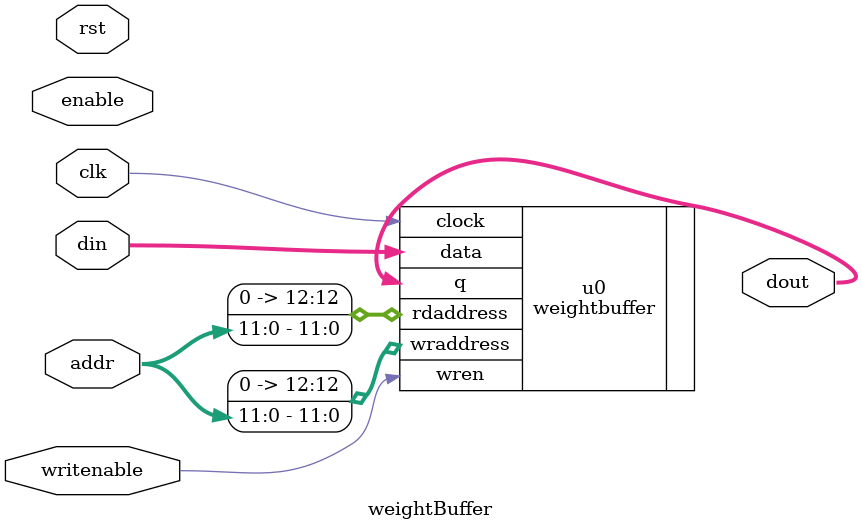
<source format=v>

module weightBuffer #(
	parameter dataWidth = 32,
	parameter featureLen = 256,
	parameter psys = 24
)
(
	clk,
	rst,
	enable,
	writenable,
	din,
	dout,
	addr

);

parameter addressWidth = $clog2(featureLen * featureLen / psys);
parameter dataportWidth = dataWidth*psys;
parameter memorySize = 288 * 288 * dataWidth;



// define the input port
input clk;
input rst;
input enable;
input writenable;
input [dataportWidth - 1:0] din;
input [addressWidth -1:0] addr;
output [dataportWidth - 1:0] dout;

weightbuffer u0 (
	.data      (din),      //   input,  width = 768,      data.datain
	.q         (dout),         //  output,  width = 768,         q.dataout
	.wraddress ({1'b0, addr}), //   input,   width = 12, wraddress.wraddress
	.rdaddress ({1'b0, addr}), //   input,   width = 12, rdaddress.rdaddress
	.wren      (writenable),      //   input,    width = 1,      wren.wren
	.clock     (clk)      //   input,    width = 1,     clock.clk
);




endmodule
</source>
